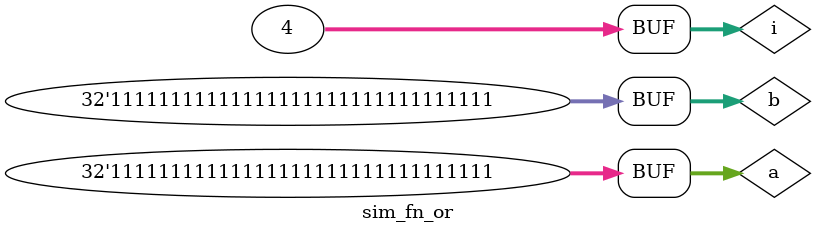
<source format=v>
`include "fn_or.v"
module sim_fn_or ;
    integer i;
    reg [31:0] a;
    reg [31:0] b;
    wire[31:0] Y;
    fn_or dut (
        .Y (Y),
        .a (a),
        .b (b)
    );

    initial begin
        $dumpfile("fn_or.vcd");
        $dumpvars(0);
        for (i=0;i<4;i = i + 1) begin
            a = {32{i[0]}};
            b = {32{i[1]}};
            #10;
        end
    end
endmodule

</source>
